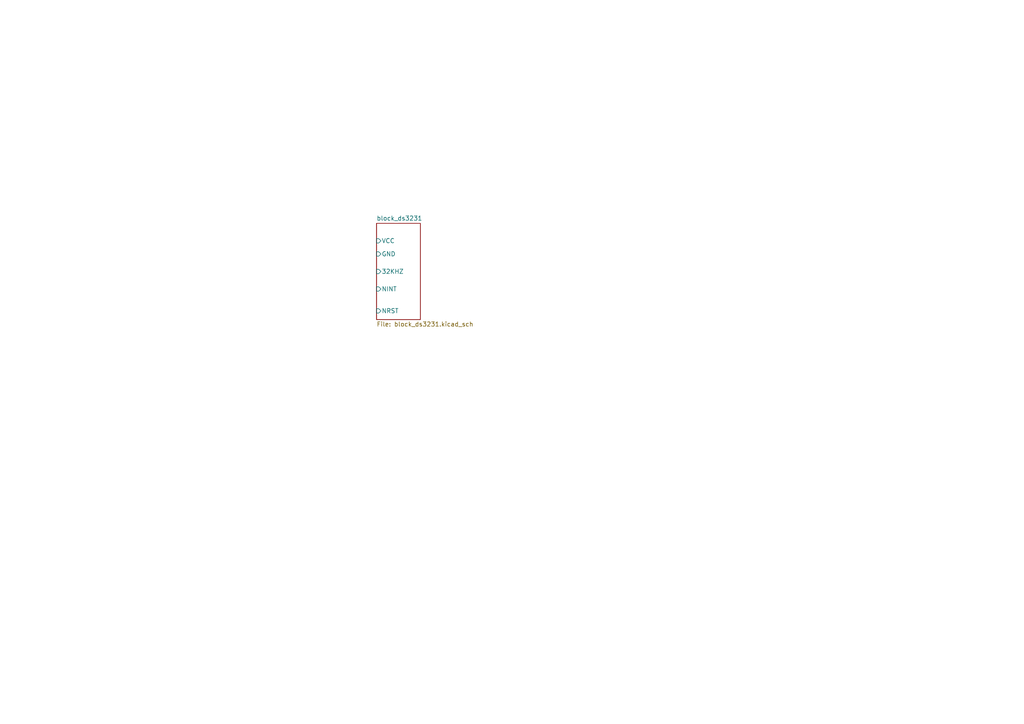
<source format=kicad_sch>
(kicad_sch
	(version 20250114)
	(generator "eeschema")
	(generator_version "9.0")
	(uuid "2bca7139-9750-4f0a-8cae-c77d5e9ee787")
	(paper "A4")
	(lib_symbols)
	(sheet
		(at 109.22 64.77)
		(size 12.7 27.94)
		(exclude_from_sim no)
		(in_bom yes)
		(on_board yes)
		(dnp no)
		(fields_autoplaced yes)
		(stroke
			(width 0.1524)
			(type solid)
		)
		(fill
			(color 0 0 0 0.0000)
		)
		(uuid "2158ea61-c96a-4c98-b294-c4fdff84ada6")
		(property "Sheetname" "block_ds3231"
			(at 109.22 64.0584 0)
			(effects
				(font
					(size 1.27 1.27)
				)
				(justify left bottom)
			)
		)
		(property "Sheetfile" "block_ds3231.kicad_sch"
			(at 109.22 93.2946 0)
			(effects
				(font
					(size 1.27 1.27)
				)
				(justify left top)
			)
		)
		(pin "32KHZ" input
			(at 109.22 78.74 180)
			(uuid "3ea5249c-c236-4652-bc4d-4a2bf68b0813")
			(effects
				(font
					(size 1.27 1.27)
				)
				(justify left)
			)
		)
		(pin "GND" input
			(at 109.22 73.66 180)
			(uuid "04f7d26d-6dcf-4976-bdcc-4b8b99a3e4a1")
			(effects
				(font
					(size 1.27 1.27)
				)
				(justify left)
			)
		)
		(pin "NINT" input
			(at 109.22 83.82 180)
			(uuid "50385c6f-ffc1-4f5b-8449-65ba8ab81e44")
			(effects
				(font
					(size 1.27 1.27)
				)
				(justify left)
			)
		)
		(pin "NRST" input
			(at 109.22 90.17 180)
			(uuid "87de07ff-9aa5-4311-9c29-5cb95af70654")
			(effects
				(font
					(size 1.27 1.27)
				)
				(justify left)
			)
		)
		(pin "VCC" input
			(at 109.22 69.85 180)
			(uuid "8d91b71a-e81e-42f9-a71c-90279182d4ce")
			(effects
				(font
					(size 1.27 1.27)
				)
				(justify left)
			)
		)
		(instances
			(project "ds3231"
				(path "/2bca7139-9750-4f0a-8cae-c77d5e9ee787"
					(page "2")
				)
			)
		)
	)
	(sheet_instances
		(path "/"
			(page "1")
		)
	)
	(embedded_fonts no)
)

</source>
